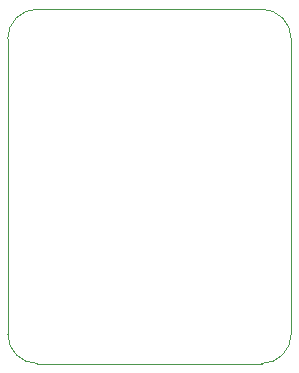
<source format=gbr>
%TF.GenerationSoftware,KiCad,Pcbnew,8.0.5*%
%TF.CreationDate,2024-09-12T13:16:26+03:00*%
%TF.ProjectId,Tactile Power Switch,54616374-696c-4652-9050-6f7765722053,rev?*%
%TF.SameCoordinates,Original*%
%TF.FileFunction,Profile,NP*%
%FSLAX46Y46*%
G04 Gerber Fmt 4.6, Leading zero omitted, Abs format (unit mm)*
G04 Created by KiCad (PCBNEW 8.0.5) date 2024-09-12 13:16:26*
%MOMM*%
%LPD*%
G01*
G04 APERTURE LIST*
%TA.AperFunction,Profile*%
%ADD10C,0.100000*%
%TD*%
G04 APERTURE END LIST*
D10*
X110500000Y-74000000D02*
X129500000Y-74000000D01*
X129500000Y-44000000D02*
G75*
G02*
X132000000Y-46500000I0J-2500000D01*
G01*
X108000000Y-46500000D02*
G75*
G02*
X110500000Y-44000000I2500000J0D01*
G01*
X110500000Y-74000000D02*
G75*
G02*
X108000000Y-71500000I0J2500000D01*
G01*
X108000000Y-46500000D02*
X108000000Y-71500000D01*
X132000000Y-71500000D02*
X132000000Y-46500000D01*
X129500000Y-44000000D02*
X110500000Y-44000000D01*
X132000000Y-71500000D02*
G75*
G02*
X129500000Y-74000000I-2500000J0D01*
G01*
M02*

</source>
